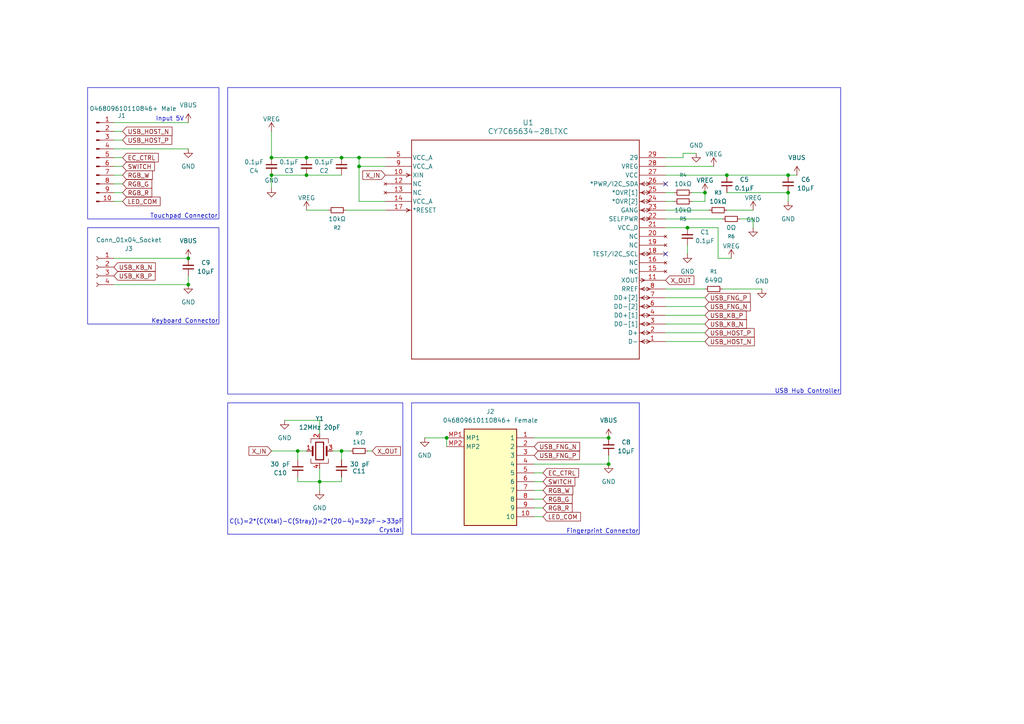
<source format=kicad_sch>
(kicad_sch (version 20250114) (generator "eeschema") (generator_version "9.0")
  (paper "A4")
  (lib_symbols
    (symbol "046809610110846+:046809610110846+"
      (property "Reference" "J" (at 21.59 7.62 0))
      (property "Value" "046809610110846+" (at 21.59 5.08 0))
      (symbol "046809610110846+_1_1"
        (rectangle (start 5.08 2.54) (end 20.32 -25.4) (stroke (width 0.254)) (fill (type background)))
        (pin passive line (at 0 0 0) (length 5.08) (name "MP1") (number "MP1"))
        (pin passive line (at 0 -2.54 0) (length 5.08) (name "MP2") (number "MP2"))
        (pin passive line (at 25.4 0 180) (length 5.08) (name "1") (number "1"))
        (pin passive line (at 25.4 -2.54 180) (length 5.08) (name "2") (number "2"))
        (pin passive line (at 25.4 -5.08 180) (length 5.08) (name "3") (number "3"))
        (pin passive line (at 25.4 -7.62 180) (length 5.08) (name "4") (number "4"))
        (pin passive line (at 25.4 -10.16 180) (length 5.08) (name "5") (number "5"))
        (pin passive line (at 25.4 -12.7 180) (length 5.08) (name "6") (number "6"))
        (pin passive line (at 25.4 -15.24 180) (length 5.08) (name "7") (number "7"))
        (pin passive line (at 25.4 -17.78 180) (length 5.08) (name "8") (number "8"))
        (pin passive line (at 25.4 -20.32 180) (length 5.08) (name "9") (number "9"))
        (pin passive line (at 25.4 -22.86 180) (length 5.08) (name "10") (number "10"))
      )
    )
    (symbol "2025-09-11_12-45-01:CY7C65634-28LTXC" (pin_names (offset 0.254))
      (property "Reference" "U" (at 40.64 10.16 0))
      (property "Value" "CY7C65634-28LTXC" (at 40.64 7.62 0))
      (symbol "CY7C65634-28LTXC_0_1"
        (polyline (pts (xy 7.0993 -5.08) (xy 6.0579 -4.5593)) (stroke (width 0.2032)))
        (polyline (pts (xy 7.0993 -5.08) (xy 6.0579 -5.6007)) (stroke (width 0.2032)))
        (polyline (pts (xy 7.0993 -15.24) (xy 6.0579 -14.7193)) (stroke (width 0.2032)))
        (polyline (pts (xy 7.0993 -15.24) (xy 6.0579 -15.7607)) (stroke (width 0.2032)))
        (polyline (pts (xy 7.62 5.08) (xy 7.62 -58.42)) (stroke (width 0.2032)))
        (polyline (pts (xy 7.62 -58.42) (xy 73.66 -58.42)) (stroke (width 0.2032)))
        (polyline (pts (xy 73.66 5.08) (xy 7.62 5.08)) (stroke (width 0.2032)))
        (polyline (pts (xy 73.66 -58.42) (xy 73.66 5.08)) (stroke (width 0.2032)))
        (polyline (pts (xy 74.1807 -7.62) (xy 75.2221 -7.0993)) (stroke (width 0.2032)))
        (polyline (pts (xy 74.1807 -7.62) (xy 75.2221 -8.1407)) (stroke (width 0.2032)))
        (polyline (pts (xy 74.1807 -10.16) (xy 75.2221 -9.6393)) (stroke (width 0.2032)))
        (polyline (pts (xy 74.1807 -10.16) (xy 75.2221 -10.6807)) (stroke (width 0.2032)))
        (polyline (pts (xy 74.1807 -12.7) (xy 75.2221 -12.1793)) (stroke (width 0.2032)))
        (polyline (pts (xy 74.1807 -12.7) (xy 75.2221 -13.2207)) (stroke (width 0.2032)))
        (polyline (pts (xy 74.1807 -15.24) (xy 75.2221 -14.7193)) (stroke (width 0.2032)))
        (polyline (pts (xy 74.1807 -15.24) (xy 75.2221 -15.7607)) (stroke (width 0.2032)))
        (polyline (pts (xy 74.1807 -17.78) (xy 75.2221 -17.2593)) (stroke (width 0.2032)))
        (polyline (pts (xy 74.1807 -17.78) (xy 75.2221 -18.3007)) (stroke (width 0.2032)))
        (polyline (pts (xy 74.1807 -27.94) (xy 75.2221 -27.4193)) (stroke (width 0.2032)))
        (polyline (pts (xy 74.1807 -27.94) (xy 75.2221 -28.4607)) (stroke (width 0.2032)))
        (polyline (pts (xy 74.1807 -35.0393) (xy 75.2221 -35.56)) (stroke (width 0.2032)))
        (polyline (pts (xy 74.1807 -36.0807) (xy 75.2221 -35.56)) (stroke (width 0.2032)))
        (polyline (pts (xy 74.1807 -38.1) (xy 75.2221 -37.5793)) (stroke (width 0.2032)))
        (polyline (pts (xy 74.1807 -38.1) (xy 75.2221 -38.6207)) (stroke (width 0.2032)))
        (polyline (pts (xy 74.1807 -40.64) (xy 75.2221 -40.1193)) (stroke (width 0.2032)))
        (polyline (pts (xy 74.1807 -40.64) (xy 75.2221 -41.1607)) (stroke (width 0.2032)))
        (polyline (pts (xy 74.1807 -43.18) (xy 75.2221 -42.6593)) (stroke (width 0.2032)))
        (polyline (pts (xy 74.1807 -43.18) (xy 75.2221 -43.7007)) (stroke (width 0.2032)))
        (polyline (pts (xy 74.1807 -45.72) (xy 75.2221 -45.1993)) (stroke (width 0.2032)))
        (polyline (pts (xy 74.1807 -45.72) (xy 75.2221 -46.2407)) (stroke (width 0.2032)))
        (polyline (pts (xy 74.1807 -48.26) (xy 75.2221 -47.7393)) (stroke (width 0.2032)))
        (polyline (pts (xy 74.1807 -48.26) (xy 75.2221 -48.7807)) (stroke (width 0.2032)))
        (polyline (pts (xy 74.1807 -50.8) (xy 75.2221 -50.2793)) (stroke (width 0.2032)))
        (polyline (pts (xy 74.1807 -50.8) (xy 75.2221 -51.3207)) (stroke (width 0.2032)))
        (polyline (pts (xy 74.1807 -53.34) (xy 75.2221 -52.8193)) (stroke (width 0.2032)))
        (polyline (pts (xy 74.1807 -53.34) (xy 75.2221 -53.8607)) (stroke (width 0.2032)))
        (polyline (pts (xy 75.7428 -7.0993) (xy 76.7842 -7.62)) (stroke (width 0.2032)))
        (polyline (pts (xy 75.7428 -8.1407) (xy 76.7842 -7.62)) (stroke (width 0.2032)))
        (polyline (pts (xy 75.7428 -9.6393) (xy 76.7842 -10.16)) (stroke (width 0.2032)))
        (polyline (pts (xy 75.7428 -10.6807) (xy 76.7842 -10.16)) (stroke (width 0.2032)))
        (polyline (pts (xy 75.7428 -12.1793) (xy 76.7842 -12.7)) (stroke (width 0.2032)))
        (polyline (pts (xy 75.7428 -13.2207) (xy 76.7842 -12.7)) (stroke (width 0.2032)))
        (polyline (pts (xy 75.7428 -14.7193) (xy 76.7842 -15.24)) (stroke (width 0.2032)))
        (polyline (pts (xy 75.7428 -15.7607) (xy 76.7842 -15.24)) (stroke (width 0.2032)))
        (polyline (pts (xy 75.7428 -17.2593) (xy 76.7842 -17.78)) (stroke (width 0.2032)))
        (polyline (pts (xy 75.7428 -18.3007) (xy 76.7842 -17.78)) (stroke (width 0.2032)))
        (polyline (pts (xy 75.7428 -27.4193) (xy 76.7842 -27.94)) (stroke (width 0.2032)))
        (polyline (pts (xy 75.7428 -28.4607) (xy 76.7842 -27.94)) (stroke (width 0.2032)))
        (polyline (pts (xy 75.7428 -37.5793) (xy 76.7842 -38.1)) (stroke (width 0.2032)))
        (polyline (pts (xy 75.7428 -38.6207) (xy 76.7842 -38.1)) (stroke (width 0.2032)))
        (polyline (pts (xy 75.7428 -40.1193) (xy 76.7842 -40.64)) (stroke (width 0.2032)))
        (polyline (pts (xy 75.7428 -41.1607) (xy 76.7842 -40.64)) (stroke (width 0.2032)))
        (polyline (pts (xy 75.7428 -42.6593) (xy 76.7842 -43.18)) (stroke (width 0.2032)))
        (polyline (pts (xy 75.7428 -43.7007) (xy 76.7842 -43.18)) (stroke (width 0.2032)))
        (polyline (pts (xy 75.7428 -45.1993) (xy 76.7842 -45.72)) (stroke (width 0.2032)))
        (polyline (pts (xy 75.7428 -46.2407) (xy 76.7842 -45.72)) (stroke (width 0.2032)))
        (polyline (pts (xy 75.7428 -47.7393) (xy 76.7842 -48.26)) (stroke (width 0.2032)))
        (polyline (pts (xy 75.7428 -48.7807) (xy 76.7842 -48.26)) (stroke (width 0.2032)))
        (polyline (pts (xy 75.7428 -50.2793) (xy 76.7842 -50.8)) (stroke (width 0.2032)))
        (polyline (pts (xy 75.7428 -51.3207) (xy 76.7842 -50.8)) (stroke (width 0.2032)))
        (polyline (pts (xy 75.7428 -52.8193) (xy 76.7842 -53.34)) (stroke (width 0.2032)))
        (polyline (pts (xy 75.7428 -53.8607) (xy 76.7842 -53.34)) (stroke (width 0.2032)))
        (pin power_in line (at 0 0 0) (length 7.62) (name "VCC_A") (number "5"))
        (pin power_in line (at 0 -2.54 0) (length 7.62) (name "VCC_A") (number "9"))
        (pin input line (at 0 -5.08 0) (length 7.62) (name "XIN") (number "10"))
        (pin no_connect line (at 0 -7.62 0) (length 7.62) (name "NC") (number "12"))
        (pin no_connect line (at 0 -10.16 0) (length 7.62) (name "NC") (number "13"))
        (pin power_in line (at 0 -12.7 0) (length 7.62) (name "VCC_A") (number "14"))
        (pin input line (at 0 -15.24 0) (length 7.62) (name "*RESET") (number "17"))
        (pin unspecified line (at 81.28 0 180) (length 7.62) (name "29") (number "29"))
        (pin power_in line (at 81.28 -2.54 180) (length 7.62) (name "VREG") (number "28"))
        (pin power_in line (at 81.28 -5.08 180) (length 7.62) (name "VCC") (number "27"))
        (pin bidirectional line (at 81.28 -7.62 180) (length 7.62) (name "*PWR/I2C_SDA") (number "26"))
        (pin bidirectional line (at 81.28 -10.16 180) (length 7.62) (name "*OVR[1]") (number "25"))
        (pin bidirectional line (at 81.28 -12.7 180) (length 7.62) (name "*OVR[2]") (number "24"))
        (pin bidirectional line (at 81.28 -15.24 180) (length 7.62) (name "GANG") (number "23"))
        (pin bidirectional line (at 81.28 -17.78 180) (length 7.62) (name "SELFPWR") (number "22"))
        (pin power_in line (at 81.28 -20.32 180) (length 7.62) (name "VCC_D") (number "21"))
        (pin no_connect line (at 81.28 -22.86 180) (length 7.62) (name "NC") (number "20"))
        (pin no_connect line (at 81.28 -25.4 180) (length 7.62) (name "NC") (number "19"))
        (pin bidirectional line (at 81.28 -27.94 180) (length 7.62) (name "TEST/I2C_SCL") (number "18"))
        (pin no_connect line (at 81.28 -30.48 180) (length 7.62) (name "NC") (number "16"))
        (pin no_connect line (at 81.28 -33.02 180) (length 7.62) (name "NC") (number "15"))
        (pin output line (at 81.28 -35.56 180) (length 7.62) (name "XOUT") (number "11"))
        (pin bidirectional line (at 81.28 -38.1 180) (length 7.62) (name "RREF") (number "8"))
        (pin bidirectional line (at 81.28 -40.64 180) (length 7.62) (name "DD+[2]") (number "7"))
        (pin bidirectional line (at 81.28 -43.18 180) (length 7.62) (name "DD-[2]") (number "6"))
        (pin bidirectional line (at 81.28 -45.72 180) (length 7.62) (name "D0+[1]") (number "4"))
        (pin bidirectional line (at 81.28 -48.26 180) (length 7.62) (name "D0-[1]") (number "3"))
        (pin bidirectional line (at 81.28 -50.8 180) (length 7.62) (name "D+") (number "2"))
        (pin bidirectional line (at 81.28 -53.34 180) (length 7.62) (name "D-") (number "1"))
      )
    )
    (symbol "Connector:Conn_01x04_Socket" (pin_names (offset 1.016) (hide yes))
      (property "Reference" "J" (at 0 5.08 0))
      (property "Value" "Conn_01x04_Socket" (at 0 -7.62 0))
      (symbol "Conn_01x04_Socket_1_1"
        (polyline (pts (xy -1.27 2.54) (xy -0.508 2.54)) (stroke (width 0.1524)))
        (polyline (pts (xy -1.27 0) (xy -0.508 0)) (stroke (width 0.1524)))
        (polyline (pts (xy -1.27 -2.54) (xy -0.508 -2.54)) (stroke (width 0.1524)))
        (polyline (pts (xy -1.27 -5.08) (xy -0.508 -5.08)) (stroke (width 0.1524)))
        (arc (start 0 2.032) (mid -0.5058 2.54) (end 0 3.048) (stroke (width 0.1524)))
        (arc (start 0 -0.508) (mid -0.5058 0) (end 0 0.508) (stroke (width 0.1524)))
        (arc (start 0 -3.048) (mid -0.5058 -2.54) (end 0 -2.032) (stroke (width 0.1524)))
        (arc (start 0 -5.588) (mid -0.5058 -5.08) (end 0 -4.572) (stroke (width 0.1524)))
        (pin passive line (at -5.08 2.54 0) (length 3.81) (name "Pin_1") (number "1"))
        (pin passive line (at -5.08 0 0) (length 3.81) (name "Pin_2") (number "2"))
        (pin passive line (at -5.08 -2.54 0) (length 3.81) (name "Pin_3") (number "3"))
        (pin passive line (at -5.08 -5.08 0) (length 3.81) (name "Pin_4") (number "4"))
      )
    )
    (symbol "Connector:Conn_01x10_Pin" (pin_names (offset 1.016) (hide yes))
      (property "Reference" "J" (at 0 12.7 0))
      (property "Value" "Conn_01x10_Pin" (at 0 -15.24 0))
      (symbol "Conn_01x10_Pin_1_1"
        (rectangle (start 0.8636 10.287) (end 0 10.033) (stroke (width 0.1524)) (fill (type outline)))
        (rectangle (start 0.8636 7.747) (end 0 7.493) (stroke (width 0.1524)) (fill (type outline)))
        (rectangle (start 0.8636 5.207) (end 0 4.953) (stroke (width 0.1524)) (fill (type outline)))
        (rectangle (start 0.8636 2.667) (end 0 2.413) (stroke (width 0.1524)) (fill (type outline)))
        (rectangle (start 0.8636 0.127) (end 0 -0.127) (stroke (width 0.1524)) (fill (type outline)))
        (rectangle (start 0.8636 -2.413) (end 0 -2.667) (stroke (width 0.1524)) (fill (type outline)))
        (rectangle (start 0.8636 -4.953) (end 0 -5.207) (stroke (width 0.1524)) (fill (type outline)))
        (rectangle (start 0.8636 -7.493) (end 0 -7.747) (stroke (width 0.1524)) (fill (type outline)))
        (rectangle (start 0.8636 -10.033) (end 0 -10.287) (stroke (width 0.1524)) (fill (type outline)))
        (rectangle (start 0.8636 -12.573) (end 0 -12.827) (stroke (width 0.1524)) (fill (type outline)))
        (polyline (pts (xy 1.27 10.16) (xy 0.8636 10.16)) (stroke (width 0.1524)))
        (polyline (pts (xy 1.27 7.62) (xy 0.8636 7.62)) (stroke (width 0.1524)))
        (polyline (pts (xy 1.27 5.08) (xy 0.8636 5.08)) (stroke (width 0.1524)))
        (polyline (pts (xy 1.27 2.54) (xy 0.8636 2.54)) (stroke (width 0.1524)))
        (polyline (pts (xy 1.27 0) (xy 0.8636 0)) (stroke (width 0.1524)))
        (polyline (pts (xy 1.27 -2.54) (xy 0.8636 -2.54)) (stroke (width 0.1524)))
        (polyline (pts (xy 1.27 -5.08) (xy 0.8636 -5.08)) (stroke (width 0.1524)))
        (polyline (pts (xy 1.27 -7.62) (xy 0.8636 -7.62)) (stroke (width 0.1524)))
        (polyline (pts (xy 1.27 -10.16) (xy 0.8636 -10.16)) (stroke (width 0.1524)))
        (polyline (pts (xy 1.27 -12.7) (xy 0.8636 -12.7)) (stroke (width 0.1524)))
        (pin passive line (at 5.08 10.16 180) (length 3.81) (name "Pin_1") (number "1"))
        (pin passive line (at 5.08 7.62 180) (length 3.81) (name "Pin_2") (number "2"))
        (pin passive line (at 5.08 5.08 180) (length 3.81) (name "Pin_3") (number "3"))
        (pin passive line (at 5.08 2.54 180) (length 3.81) (name "Pin_4") (number "4"))
        (pin passive line (at 5.08 0 180) (length 3.81) (name "Pin_5") (number "5"))
        (pin passive line (at 5.08 -2.54 180) (length 3.81) (name "Pin_6") (number "6"))
        (pin passive line (at 5.08 -5.08 180) (length 3.81) (name "Pin_7") (number "7"))
        (pin passive line (at 5.08 -7.62 180) (length 3.81) (name "Pin_8") (number "8"))
        (pin passive line (at 5.08 -10.16 180) (length 3.81) (name "Pin_9") (number "9"))
        (pin passive line (at 5.08 -12.7 180) (length 3.81) (name "Pin_10") (number "10"))
      )
    )
    (symbol "Device:C_Small" (pin_numbers (hide yes)) (pin_names (offset 0.254) (hide yes))
      (property "Reference" "C" (at 0.254 1.778 0))
      (property "Value" "C_Small" (at 0.254 -2.032 0))
      (symbol "C_Small_0_1"
        (polyline (pts (xy -1.524 0.508) (xy 1.524 0.508)) (stroke (width 0.3048)))
        (polyline (pts (xy -1.524 -0.508) (xy 1.524 -0.508)) (stroke (width 0.3302)))
      )
      (symbol "C_Small_1_1"
        (pin passive line (at 0 2.54 270) (length 2.032) (name "~") (number "1"))
        (pin passive line (at 0 -2.54 90) (length 2.032) (name "~") (number "2"))
      )
    )
    (symbol "Device:Crystal_GND24" (pin_names (offset 1.016) (hide yes))
      (property "Reference" "Y" (at 3.175 5.08 0))
      (property "Value" "Crystal_GND24" (at 3.175 3.175 0))
      (symbol "Crystal_GND24_0_1"
        (polyline (pts (xy -2.54 2.286) (xy -2.54 3.556) (xy 2.54 3.556) (xy 2.54 2.286)))
        (polyline (pts (xy -2.54 0) (xy -2.032 0)))
        (polyline (pts (xy -2.54 -2.286) (xy -2.54 -3.556) (xy 2.54 -3.556) (xy 2.54 -2.286)))
        (polyline (pts (xy -2.032 -1.27) (xy -2.032 1.27)) (stroke (width 0.508)))
        (rectangle (start -1.143 2.54) (end 1.143 -2.54) (stroke (width 0.3048)))
        (polyline (pts (xy 0 3.556) (xy 0 3.81)))
        (polyline (pts (xy 0 -3.81) (xy 0 -3.556)))
        (polyline (pts (xy 2.032 0) (xy 2.54 0)))
        (polyline (pts (xy 2.032 -1.27) (xy 2.032 1.27)) (stroke (width 0.508)))
      )
      (symbol "Crystal_GND24_1_1"
        (pin passive line (at -3.81 0 0) (length 1.27) (name "1") (number "1"))
        (pin passive line (at 0 5.08 270) (length 1.27) (name "2") (number "2"))
        (pin passive line (at 0 -5.08 90) (length 1.27) (name "4") (number "4"))
        (pin passive line (at 3.81 0 180) (length 1.27) (name "3") (number "3"))
      )
    )
    (symbol "Device:R_Small" (pin_numbers (hide yes)) (pin_names (offset 0.254) (hide yes))
      (property "Reference" "R" (at 0 0 90))
      (property "Value" "R_Small" (at 1.778 0 90))
      (symbol "R_Small_0_1"
        (rectangle (start -0.762 1.778) (end 0.762 -1.778) (stroke (width 0.2032)))
      )
      (symbol "R_Small_1_1"
        (pin passive line (at 0 2.54 270) (length 0.762) (name "~") (number "1"))
        (pin passive line (at 0 -2.54 90) (length 0.762) (name "~") (number "2"))
      )
    )
    (symbol "power:+3V3" (power) (pin_numbers (hide yes)) (pin_names (offset 0) (hide yes))
      (property "Value" "+3V3" (at 0 3.556 0))
      (symbol "+3V3_0_1"
        (polyline (pts (xy -0.762 1.27) (xy 0 2.54)))
        (polyline (pts (xy 0 2.54) (xy 0.762 1.27)))
        (polyline (pts (xy 0 0) (xy 0 2.54)))
      )
      (symbol "+3V3_1_1"
        (pin power_in line (at 0 0 90) (length 0) (name "~") (number "1"))
      )
    )
    (symbol "power:GND" (power) (pin_numbers (hide yes)) (pin_names (offset 0) (hide yes))
      (property "Value" "GND" (at 0 -3.81 0))
      (symbol "GND_0_1"
        (polyline (pts (xy 0 0) (xy 0 -1.27) (xy 1.27 -1.27) (xy 0 -2.54) (xy -1.27 -1.27) (xy 0 -1.27)))
      )
      (symbol "GND_1_1"
        (pin power_in line (at 0 0 270) (length 0) (name "~") (number "1"))
      )
    )
    (symbol "power:VBUS" (power) (pin_numbers (hide yes)) (pin_names (offset 0) (hide yes))
      (property "Value" "VBUS" (at 0 3.556 0))
      (symbol "VBUS_0_1"
        (polyline (pts (xy -0.762 1.27) (xy 0 2.54)))
        (polyline (pts (xy 0 2.54) (xy 0.762 1.27)))
        (polyline (pts (xy 0 0) (xy 0 2.54)))
      )
      (symbol "VBUS_1_1"
        (pin power_in line (at 0 0 90) (length 0) (name "~") (number "1"))
      )
    )
  )
  (rectangle (start 66.04 116.84) (end 116.84 154.94))
  (rectangle (start 66.04 25.4) (end 243.84 114.3))
  (rectangle (start 25.4 25.4) (end 63.5 63.5))
  (rectangle (start 25.4 66.04) (end 63.5 93.98))
  (rectangle (start 119.38 116.84) (end 185.42 154.94))
  (text "USB Hub Controller" (at 234.188 113.538 0) (effects (font (size 1.27 1.27))))
  (text "Keyboard Connector" (at 53.594 93.218 0) (effects (font (size 1.27 1.27))))
  (text "Crystal" (at 113.284 153.924 0) (effects (font (size 1.27 1.27))))
  (text "Touchpad Connector" (at 53.34 62.738 0) (effects (font (size 1.27 1.27))))
  (text "Fingerprint Connector" (at 174.752 154.178 0) (effects (font (size 1.27 1.27))))
  (text "C(L)=2*(C(Xtal)-C(Stray))=2*(20-4)=32pF->33pF" (at 91.694 151.384 0) (effects (font (size 1.27 1.27))))
  (text "Input 5V" (at 49.276 34.544 0) (effects (font (size 1.27 1.27))))
  (junction (at 129.54 127))
  (junction (at 176.53 134.62))
  (junction (at 99.06 130.81))
  (junction (at 88.9 45.72))
  (junction (at 86.36 130.81))
  (junction (at 104.14 48.26))
  (junction (at 54.61 74.93))
  (junction (at 204.47 55.88))
  (junction (at 176.53 127))
  (junction (at 92.71 139.7))
  (junction (at 78.74 45.72))
  (junction (at 228.6 55.88))
  (junction (at 78.74 50.8))
  (junction (at 99.06 45.72))
  (junction (at 228.6 50.8))
  (junction (at 104.14 45.72))
  (junction (at 54.61 82.55))
  (junction (at 199.39 66.04))
  (junction (at 210.82 50.8))
  (junction (at 88.9 50.8))
  (no_connect (at 193.04 53.34))
  (no_connect (at 193.04 73.66))
  (wire (pts (xy 99.06 130.81) (xy 99.06 133.35)))
  (wire (pts (xy 54.61 74.93) (xy 33.02 74.93)))
  (wire (pts (xy 88.9 45.72) (xy 78.74 45.72)))
  (wire (pts (xy 193.04 50.8) (xy 210.82 50.8)))
  (wire (pts (xy 129.54 127) (xy 129.54 129.54)))
  (wire (pts (xy 210.82 50.8) (xy 228.6 50.8)))
  (wire (pts (xy 35.56 40.64) (xy 33.02 40.64)))
  (wire (pts (xy 96.52 130.81) (xy 99.06 130.81)))
  (wire (pts (xy 198.12 44.45) (xy 198.12 45.72)))
  (wire (pts (xy 228.6 58.42) (xy 228.6 55.88)))
  (wire (pts (xy 88.9 50.8) (xy 99.06 50.8)))
  (wire (pts (xy 204.47 88.9) (xy 193.04 88.9)))
  (wire (pts (xy 35.56 38.1) (xy 33.02 38.1)))
  (wire (pts (xy 86.36 139.7) (xy 86.36 138.43)))
  (wire (pts (xy 78.74 50.8) (xy 88.9 50.8)))
  (wire (pts (xy 92.71 125.73) (xy 92.71 121.92)))
  (wire (pts (xy 92.71 121.92) (xy 82.55 121.92)))
  (wire (pts (xy 54.61 80.01) (xy 54.61 82.55)))
  (wire (pts (xy 198.12 45.72) (xy 193.04 45.72)))
  (wire (pts (xy 78.74 38.1) (xy 78.74 45.72)))
  (wire (pts (xy 204.47 55.88) (xy 200.66 55.88)))
  (wire (pts (xy 204.47 91.44) (xy 193.04 91.44)))
  (wire (pts (xy 106.68 130.81) (xy 107.95 130.81)))
  (wire (pts (xy 78.74 54.61) (xy 78.74 50.8)))
  (wire (pts (xy 157.48 147.32) (xy 154.94 147.32)))
  (wire (pts (xy 208.28 74.93) (xy 208.28 66.04)))
  (wire (pts (xy 193.04 55.88) (xy 195.58 55.88)))
  (wire (pts (xy 92.71 135.89) (xy 92.71 139.7)))
  (wire (pts (xy 157.48 142.24) (xy 154.94 142.24)))
  (wire (pts (xy 35.56 48.26) (xy 33.02 48.26)))
  (wire (pts (xy 35.56 55.88) (xy 33.02 55.88)))
  (wire (pts (xy 88.9 60.96) (xy 95.25 60.96)))
  (wire (pts (xy 54.61 43.18) (xy 33.02 43.18)))
  (wire (pts (xy 157.48 144.78) (xy 154.94 144.78)))
  (wire (pts (xy 204.47 86.36) (xy 193.04 86.36)))
  (wire (pts (xy 104.14 45.72) (xy 111.76 45.72)))
  (wire (pts (xy 193.04 48.26) (xy 207.01 48.26)))
  (wire (pts (xy 35.56 50.8) (xy 33.02 50.8)))
  (wire (pts (xy 33.02 82.55) (xy 54.61 82.55)))
  (wire (pts (xy 201.93 44.45) (xy 198.12 44.45)))
  (wire (pts (xy 199.39 66.04) (xy 208.28 66.04)))
  (wire (pts (xy 204.47 99.06) (xy 193.04 99.06)))
  (wire (pts (xy 86.36 130.81) (xy 86.36 133.35)))
  (wire (pts (xy 99.06 45.72) (xy 104.14 45.72)))
  (wire (pts (xy 92.71 139.7) (xy 99.06 139.7)))
  (wire (pts (xy 212.09 74.93) (xy 208.28 74.93)))
  (wire (pts (xy 86.36 130.81) (xy 88.9 130.81)))
  (wire (pts (xy 154.94 134.62) (xy 176.53 134.62)))
  (wire (pts (xy 123.19 127) (xy 129.54 127)))
  (wire (pts (xy 92.71 142.24) (xy 92.71 139.7)))
  (wire (pts (xy 228.6 50.8) (xy 231.14 50.8)))
  (wire (pts (xy 157.48 139.7) (xy 154.94 139.7)))
  (wire (pts (xy 193.04 63.5) (xy 209.55 63.5)))
  (wire (pts (xy 204.47 83.82) (xy 193.04 83.82)))
  (wire (pts (xy 176.53 132.08) (xy 176.53 134.62)))
  (wire (pts (xy 209.55 83.82) (xy 220.98 83.82)))
  (wire (pts (xy 193.04 58.42) (xy 195.58 58.42)))
  (wire (pts (xy 210.82 60.96) (xy 218.44 60.96)))
  (wire (pts (xy 99.06 45.72) (xy 88.9 45.72)))
  (wire (pts (xy 200.66 58.42) (xy 204.47 58.42)))
  (wire (pts (xy 214.63 63.5) (xy 218.44 63.5)))
  (wire (pts (xy 35.56 45.72) (xy 33.02 45.72)))
  (wire (pts (xy 111.76 48.26) (xy 104.14 48.26)))
  (wire (pts (xy 100.33 60.96) (xy 111.76 60.96)))
  (wire (pts (xy 157.48 137.16) (xy 154.94 137.16)))
  (wire (pts (xy 157.48 149.86) (xy 154.94 149.86)))
  (wire (pts (xy 104.14 48.26) (xy 104.14 45.72)))
  (wire (pts (xy 78.74 130.81) (xy 86.36 130.81)))
  (wire (pts (xy 104.14 58.42) (xy 104.14 48.26)))
  (wire (pts (xy 176.53 127) (xy 154.94 127)))
  (wire (pts (xy 204.47 93.98) (xy 193.04 93.98)))
  (wire (pts (xy 193.04 60.96) (xy 205.74 60.96)))
  (wire (pts (xy 193.04 66.04) (xy 199.39 66.04)))
  (wire (pts (xy 218.44 66.04) (xy 218.44 63.5)))
  (wire (pts (xy 99.06 139.7) (xy 99.06 138.43)))
  (wire (pts (xy 99.06 130.81) (xy 101.6 130.81)))
  (wire (pts (xy 35.56 53.34) (xy 33.02 53.34)))
  (wire (pts (xy 204.47 96.52) (xy 193.04 96.52)))
  (wire (pts (xy 210.82 55.88) (xy 228.6 55.88)))
  (wire (pts (xy 86.36 139.7) (xy 92.71 139.7)))
  (wire (pts (xy 111.76 58.42) (xy 104.14 58.42)))
  (wire (pts (xy 204.47 55.88) (xy 204.47 58.42)))
  (wire (pts (xy 35.56 58.42) (xy 33.02 58.42)))
  (wire (pts (xy 54.61 35.56) (xy 33.02 35.56)))
  (wire (pts (xy 199.39 73.66) (xy 199.39 71.12)))
  (global_label "USB_FNG_N" (shape input) (at 204.47 88.9 0) (property "Intersheetrefs" "${INTERSHEET_REFS}" (effects (hide yes))))
  (global_label "USB_HOST_P" (shape input) (at 35.56 40.64 0) (property "Intersheetrefs" "${INTERSHEET_REFS}" (effects (hide yes))))
  (global_label "EC_CTRL" (shape input) (at 157.48 137.16 0) (property "Intersheetrefs" "${INTERSHEET_REFS}" (effects (hide yes))))
  (global_label "USB_KB_P" (shape input) (at 204.47 91.44 0) (property "Intersheetrefs" "${INTERSHEET_REFS}" (effects (hide yes))))
  (global_label "RGB_R" (shape input) (at 35.56 55.88 0) (property "Intersheetrefs" "${INTERSHEET_REFS}" (effects (hide yes))))
  (global_label "USB_HOST_N" (shape input) (at 204.47 99.06 0) (property "Intersheetrefs" "${INTERSHEET_REFS}" (effects (hide yes))))
  (global_label "X_IN" (shape input) (at 111.76 50.8 180) (property "Intersheetrefs" "${INTERSHEET_REFS}" (effects (hide yes))))
  (global_label "X_OUT" (shape input) (at 193.04 81.28 0) (property "Intersheetrefs" "${INTERSHEET_REFS}" (effects (hide yes))))
  (global_label "EC_CTRL" (shape input) (at 35.56 45.72 0) (property "Intersheetrefs" "${INTERSHEET_REFS}" (effects (hide yes))))
  (global_label "USB_KB_N" (shape input) (at 33.02 77.47 0) (property "Intersheetrefs" "${INTERSHEET_REFS}" (effects (hide yes))))
  (global_label "USB_FNG_N" (shape input) (at 154.94 129.54 0) (property "Intersheetrefs" "${INTERSHEET_REFS}" (effects (hide yes))))
  (global_label "LED_COM" (shape input) (at 157.48 149.86 0) (property "Intersheetrefs" "${INTERSHEET_REFS}" (effects (hide yes))))
  (global_label "RGB_W" (shape input) (at 157.48 142.24 0) (property "Intersheetrefs" "${INTERSHEET_REFS}" (effects (hide yes))))
  (global_label "RGB_G" (shape input) (at 35.56 53.34 0) (property "Intersheetrefs" "${INTERSHEET_REFS}" (effects (hide yes))))
  (global_label "X_OUT" (shape input) (at 107.95 130.81 0) (property "Intersheetrefs" "${INTERSHEET_REFS}" (effects (hide yes))))
  (global_label "USB_HOST_P" (shape input) (at 204.47 96.52 0) (property "Intersheetrefs" "${INTERSHEET_REFS}" (effects (hide yes))))
  (global_label "USB_FNG_P" (shape input) (at 204.47 86.36 0) (property "Intersheetrefs" "${INTERSHEET_REFS}" (effects (hide yes))))
  (global_label "USB_KB_N" (shape input) (at 204.47 93.98 0) (property "Intersheetrefs" "${INTERSHEET_REFS}" (effects (hide yes))))
  (global_label "USB_HOST_N" (shape input) (at 35.56 38.1 0) (property "Intersheetrefs" "${INTERSHEET_REFS}" (effects (hide yes))))
  (global_label "SWITCH" (shape input) (at 35.56 48.26 0) (property "Intersheetrefs" "${INTERSHEET_REFS}" (effects (hide yes))))
  (global_label "X_IN" (shape input) (at 78.74 130.81 180) (property "Intersheetrefs" "${INTERSHEET_REFS}" (effects (hide yes))))
  (global_label "RGB_G" (shape input) (at 157.48 144.78 0) (property "Intersheetrefs" "${INTERSHEET_REFS}" (effects (hide yes))))
  (global_label "USB_FNG_P" (shape input) (at 154.94 132.08 0) (property "Intersheetrefs" "${INTERSHEET_REFS}" (effects (hide yes))))
  (global_label "RGB_W" (shape input) (at 35.56 50.8 0) (property "Intersheetrefs" "${INTERSHEET_REFS}" (effects (hide yes))))
  (global_label "USB_KB_P" (shape input) (at 33.02 80.01 0) (property "Intersheetrefs" "${INTERSHEET_REFS}" (effects (hide yes))))
  (global_label "SWITCH" (shape input) (at 157.48 139.7 0) (property "Intersheetrefs" "${INTERSHEET_REFS}" (effects (hide yes))))
  (global_label "LED_COM" (shape input) (at 35.56 58.42 0) (property "Intersheetrefs" "${INTERSHEET_REFS}" (effects (hide yes))))
  (global_label "RGB_R" (shape input) (at 157.48 147.32 0) (property "Intersheetrefs" "${INTERSHEET_REFS}" (effects (hide yes))))
  (symbol (lib_id "Device:R_Small") (at 208.28 60.96 90) (mirror x) (unit 1)
    (property "Reference" "R3" (at 208.28 55.88 90) (effects (font (size 1.016 1.016))))
    (property "Value" "10kΩ" (at 208.28 58.42 90))
    (property "Footprint" "Resistor_SMD:R_0402_1005Metric" (effects (hide yes)))
    (property "Description" "Resistor, small symbol" (effects (hide yes)))
  )
  (symbol (lib_id "power:GND") (at 199.39 73.66 0) (unit 1)
    (property "Reference" "#PWR020" (effects (hide yes)))
    (property "Value" "GND" (at 199.39 78.74 0))
    (property "Description" "Power symbol creates a global label with name \"GND\" , ground" (effects (hide yes)))
  )
  (symbol (lib_id "power:GND") (at 54.61 43.18 0) (unit 1)
    (property "Reference" "#PWR02" (effects (hide yes)))
    (property "Value" "GND" (at 54.61 48.26 0))
    (property "Description" "Power symbol creates a global label with name \"GND\" , ground" (effects (hide yes)))
  )
  (symbol (lib_id "power:GND") (at 220.98 83.82 0) (unit 1)
    (property "Reference" "#PWR012" (effects (hide yes)))
    (property "Value" "GND" (at 218.948 81.534 0) (effects (justify left)))
    (property "Description" "Power symbol creates a global label with name \"GND\" , ground" (effects (hide yes)))
  )
  (symbol (lib_id "Device:C_Small") (at 88.9 48.26 0) (mirror y) (unit 1)
    (property "Reference" "C3" (at 83.8263 49.53 0))
    (property "Value" "0.1μF" (at 83.8263 46.99 0))
    (property "Footprint" "Capacitor_SMD:C_01005_0402Metric" (effects (hide yes)))
    (property "Description" "Unpolarized capacitor, small symbol" (effects (hide yes)))
  )
  (symbol (lib_id "power:VBUS") (at 54.61 74.93 0) (unit 1)
    (property "Reference" "#PWR07" (effects (hide yes)))
    (property "Value" "VBUS" (at 54.61 69.85 0))
    (property "Description" "Power symbol creates a global label with name \"VBUS\"" (effects (hide yes)))
  )
  (symbol (lib_id "power:VBUS") (at 176.53 127 0) (unit 1)
    (property "Reference" "#PWR013" (effects (hide yes)))
    (property "Value" "VBUS" (at 176.53 121.92 0))
    (property "Description" "Power symbol creates a global label with name \"VBUS\"" (effects (hide yes)))
  )
  (symbol (lib_id "power:GND") (at 176.53 134.62 0) (unit 1)
    (property "Reference" "#PWR04" (effects (hide yes)))
    (property "Value" "GND" (at 176.53 139.7 0))
    (property "Description" "Power symbol creates a global label with name \"GND\" , ground" (effects (hide yes)))
  )
  (symbol (lib_id "power:GND") (at 82.55 121.92 0) (unit 1)
    (property "Reference" "#PWR022" (effects (hide yes)))
    (property "Value" "GND" (at 82.55 127 0))
    (property "Description" "Power symbol creates a global label with name \"GND\" , ground" (effects (hide yes)))
  )
  (symbol (lib_id "046809610110846+:046809610110846+") (at 129.54 127 0) (unit 1)
    (property "Reference" "J2" (at 142.24 119.38 0))
    (property "Value" "046809610110846+ Female" (at 142.24 121.92 0))
    (property "Footprint" "046809610110846" (effects (hide yes)))
    (property "Datasheet" "https://ele.kyocera.com/assets/products/connector/drawing/BJS6809004.pdf" (effects (hide yes)))
    (property "Description" "10 Position FFC, FPC Connector Contacts, Bottom 0.020\" (0.50mm) Surface Mount, Right Angle" (effects (hide yes)))
    (property "Height" "1.03" (effects (hide yes)))
    (property "Manufacturer_Name" "Kyocera AVX" (effects (hide yes)))
    (property "Manufacturer_Part_Number" "046809610110846+" (effects (hide yes)))
    (property "Mouser Part Number" "346-046809610110846+" (effects (hide yes)))
    (property "Mouser Price/Stock" "https://www.mouser.co.uk/ProductDetail/Kyocera-Electronic-Components/046809610110846%2b?qs=PzGy0jfpSMtD0JCHOxaC5w%3D%3D" (effects (hide yes)))
  )
  (symbol (lib_id "power:GND") (at 54.61 82.55 0) (unit 1)
    (property "Reference" "#PWR05" (effects (hide yes)))
    (property "Value" "GND" (at 54.61 87.63 0))
    (property "Description" "Power symbol creates a global label with name \"GND\" , ground" (effects (hide yes)))
  )
  (symbol (lib_id "Device:C_Small") (at 54.61 77.47 0) (mirror x) (unit 1)
    (property "Reference" "C9" (at 59.6837 76.2 0))
    (property "Value" "10μF" (at 59.6837 78.74 0))
    (property "Footprint" "Capacitor_SMD:C_01005_0402Metric" (effects (hide yes)))
    (property "Description" "Unpolarized capacitor, small symbol" (effects (hide yes)))
  )
  (symbol (lib_id "Device:C_Small") (at 86.36 135.89 0) (mirror y) (unit 1)
    (property "Reference" "C10" (at 81.2863 137.16 0))
    (property "Value" "30 pF" (at 81.2863 134.62 0))
    (property "Footprint" "Capacitor_SMD:C_01005_0402Metric" (effects (hide yes)))
    (property "Description" "Unpolarized capacitor, small symbol" (effects (hide yes)))
  )
  (symbol (lib_id "Device:C_Small") (at 99.06 135.89 0) (mirror x) (unit 1)
    (property "Reference" "C11" (at 104.14 136.652 0))
    (property "Value" "30 pF" (at 104.394 134.62 0))
    (property "Footprint" "Capacitor_SMD:C_01005_0402Metric" (effects (hide yes)))
    (property "Description" "Unpolarized capacitor, small symbol" (effects (hide yes)))
  )
  (symbol (lib_id "power:+3V3") (at 88.9 60.96 0) (unit 1)
    (property "Reference" "#PWR017" (effects (hide yes)))
    (property "Value" "VREG" (at 88.9 57.404 0))
    (property "Description" "Power symbol creates a global label with name \"+3V3\"" (effects (hide yes)))
  )
  (symbol (lib_id "Device:Crystal_GND24") (at 92.71 130.81 0) (unit 1)
    (property "Reference" "Y1" (at 92.71 121.412 0))
    (property "Value" "12MHz 20pF" (at 92.71 123.952 0))
    (property "Footprint" "Crystal:Crystal_SMD_Abracon_ABM3B-4Pin_5.0x3.2mm" (effects (hide yes)))
    (property "Description" "Four pin crystal, GND on pins 2 and 4" (effects (hide yes)))
  )
  (symbol (lib_id "power:+3V3") (at 207.01 48.26 0) (unit 1)
    (property "Reference" "#PWR09" (effects (hide yes)))
    (property "Value" "VREG" (at 207.01 44.704 0))
    (property "Description" "Power symbol creates a global label with name \"+3V3\"" (effects (hide yes)))
  )
  (symbol (lib_id "power:VBUS") (at 54.61 35.56 0) (unit 1)
    (property "Reference" "#PWR016" (effects (hide yes)))
    (property "Value" "VBUS" (at 54.61 30.48 0))
    (property "Description" "Power symbol creates a global label with name \"VBUS\"" (effects (hide yes)))
  )
  (symbol (lib_id "power:GND") (at 123.19 127 0) (unit 1)
    (property "Reference" "#PWR021" (effects (hide yes)))
    (property "Value" "GND" (at 123.19 132.08 0))
    (property "Description" "Power symbol creates a global label with name \"GND\" , ground" (effects (hide yes)))
  )
  (symbol (lib_id "Device:R_Small") (at 207.01 83.82 90) (unit 1)
    (property "Reference" "R1" (at 207.01 78.74 90) (effects (font (size 1.016 1.016))))
    (property "Value" "649Ω" (at 207.01 81.28 90))
    (property "Footprint" "Resistor_SMD:R_0402_1005Metric" (effects (hide yes)))
    (property "Description" "Resistor, small symbol" (effects (hide yes)))
  )
  (symbol (lib_id "Device:R_Small") (at 212.09 63.5 270) (mirror x) (unit 1)
    (property "Reference" "R6" (at 212.09 68.58 90) (effects (font (size 1.016 1.016))))
    (property "Value" "0Ω" (at 212.09 66.04 90))
    (property "Footprint" "Resistor_SMD:R_0402_1005Metric" (effects (hide yes)))
    (property "Description" "Resistor, small symbol" (effects (hide yes)))
  )
  (symbol (lib_id "Device:C_Small") (at 99.06 48.26 0) (mirror y) (unit 1)
    (property "Reference" "C2" (at 93.9863 49.53 0))
    (property "Value" "0.1μF" (at 93.9863 46.99 0))
    (property "Footprint" "Capacitor_SMD:C_01005_0402Metric" (effects (hide yes)))
    (property "Description" "Unpolarized capacitor, small symbol" (effects (hide yes)))
  )
  (symbol (lib_id "Device:R_Small") (at 198.12 58.42 270) (mirror x) (unit 1)
    (property "Reference" "R5" (at 198.12 63.5 90) (effects (font (size 1.016 1.016))))
    (property "Value" "10kΩ" (at 198.12 60.96 90))
    (property "Footprint" "Resistor_SMD:R_0402_1005Metric" (effects (hide yes)))
    (property "Description" "Resistor, small symbol" (effects (hide yes)))
  )
  (symbol (lib_id "power:+3V3") (at 212.09 74.93 0) (unit 1)
    (property "Reference" "#PWR011" (effects (hide yes)))
    (property "Value" "VREG" (at 212.09 71.374 0))
    (property "Description" "Power symbol creates a global label with name \"+3V3\"" (effects (hide yes)))
  )
  (symbol (lib_id "power:GND") (at 201.93 44.45 0) (unit 1)
    (property "Reference" "#PWR08" (effects (hide yes)))
    (property "Value" "GND" (at 199.898 42.164 0) (effects (justify left)))
    (property "Description" "Power symbol creates a global label with name \"GND\" , ground" (effects (hide yes)))
  )
  (symbol (lib_id "power:GND") (at 78.74 54.61 0) (unit 1)
    (property "Reference" "#PWR01" (effects (hide yes)))
    (property "Value" "GND" (at 76.708 52.324 0) (effects (justify left)))
    (property "Description" "Power symbol creates a global label with name \"GND\" , ground" (effects (hide yes)))
  )
  (symbol (lib_id "Device:R_Small") (at 198.12 55.88 90) (mirror x) (unit 1)
    (property "Reference" "R4" (at 198.12 50.8 90) (effects (font (size 1.016 1.016))))
    (property "Value" "10kΩ" (at 198.12 53.34 90))
    (property "Footprint" "Resistor_SMD:R_0402_1005Metric" (effects (hide yes)))
    (property "Description" "Resistor, small symbol" (effects (hide yes)))
  )
  (symbol (lib_id "Device:C_Small") (at 228.6 53.34 0) (mirror x) (unit 1)
    (property "Reference" "C6" (at 233.6737 52.07 0))
    (property "Value" "10μF" (at 233.6737 54.61 0))
    (property "Footprint" "Capacitor_SMD:C_01005_0402Metric" (effects (hide yes)))
    (property "Description" "Unpolarized capacitor, small symbol" (effects (hide yes)))
  )
  (symbol (lib_id "Device:C_Small") (at 210.82 53.34 0) (mirror x) (unit 1)
    (property "Reference" "C5" (at 215.8937 52.07 0))
    (property "Value" "0.1μF" (at 215.8937 54.61 0))
    (property "Footprint" "Capacitor_SMD:C_01005_0402Metric" (effects (hide yes)))
    (property "Description" "Unpolarized capacitor, small symbol" (effects (hide yes)))
  )
  (symbol (lib_id "power:GND") (at 228.6 58.42 0) (unit 1)
    (property "Reference" "#PWR019" (effects (hide yes)))
    (property "Value" "GND" (at 228.6 63.5 0))
    (property "Description" "Power symbol creates a global label with name \"GND\" , ground" (effects (hide yes)))
  )
  (symbol (lib_id "Device:R_Small") (at 97.79 60.96 270) (mirror x) (unit 1)
    (property "Reference" "R2" (at 97.79 66.04 90) (effects (font (size 1.016 1.016))))
    (property "Value" "10kΩ" (at 97.79 63.5 90))
    (property "Footprint" "Resistor_SMD:R_0402_1005Metric" (effects (hide yes)))
    (property "Description" "Resistor, small symbol" (effects (hide yes)))
  )
  (symbol (lib_id "power:+3V3") (at 78.74 38.1 0) (unit 1)
    (property "Reference" "#PWR010" (effects (hide yes)))
    (property "Value" "VREG" (at 78.74 34.544 0))
    (property "Description" "Power symbol creates a global label with name \"+3V3\"" (effects (hide yes)))
  )
  (symbol (lib_id "Device:C_Small") (at 78.74 48.26 0) (mirror y) (unit 1)
    (property "Reference" "C4" (at 73.6663 49.53 0))
    (property "Value" "0.1μF" (at 73.6663 46.99 0))
    (property "Footprint" "Capacitor_SMD:C_01005_0402Metric" (effects (hide yes)))
    (property "Description" "Unpolarized capacitor, small symbol" (effects (hide yes)))
  )
  (symbol (lib_id "Connector:Conn_01x04_Socket") (at 27.94 77.47 0) (mirror y) (unit 1)
    (property "Reference" "J3" (at 37.338 72.136 0))
    (property "Value" "Conn_01x04_Socket" (at 37.338 69.596 0))
    (property "Footprint" "Connector_FFC-FPC:Amphenol_F32Q-1A7x1-11004_1x04-1MP_P0.5mm_Horizontal" (effects (hide yes)))
    (property "Description" "Generic connector, single row, 01x04, script generated" (effects (hide yes)))
  )
  (symbol (lib_id "power:VBUS") (at 231.14 50.8 0) (unit 1)
    (property "Reference" "#PWR06" (effects (hide yes)))
    (property "Value" "VBUS" (at 231.14 45.72 0))
    (property "Description" "Power symbol creates a global label with name \"VBUS\"" (effects (hide yes)))
  )
  (symbol (lib_id "Device:C_Small") (at 176.53 129.54 0) (mirror x) (unit 1)
    (property "Reference" "C8" (at 181.6037 128.27 0))
    (property "Value" "10μF" (at 181.6037 130.81 0))
    (property "Footprint" "Capacitor_SMD:C_01005_0402Metric" (effects (hide yes)))
    (property "Description" "Unpolarized capacitor, small symbol" (effects (hide yes)))
  )
  (symbol (lib_id "power:+3V3") (at 218.44 60.96 0) (unit 1)
    (property "Reference" "#PWR014" (effects (hide yes)))
    (property "Value" "VREG" (at 218.44 57.404 0))
    (property "Description" "Power symbol creates a global label with name \"+3V3\"" (effects (hide yes)))
  )
  (symbol (lib_id "power:+3V3") (at 204.47 55.88 0) (unit 1)
    (property "Reference" "#PWR015" (effects (hide yes)))
    (property "Value" "VREG" (at 204.47 52.324 0))
    (property "Description" "Power symbol creates a global label with name \"+3V3\"" (effects (hide yes)))
  )
  (symbol (lib_id "Device:C_Small") (at 199.39 68.58 0) (mirror x) (unit 1)
    (property "Reference" "C1" (at 204.4637 67.31 0))
    (property "Value" "0.1μF" (at 204.4637 69.85 0))
    (property "Footprint" "Capacitor_SMD:C_01005_0402Metric" (effects (hide yes)))
    (property "Description" "Unpolarized capacitor, small symbol" (effects (hide yes)))
  )
  (symbol (lib_id "power:GND") (at 218.44 66.04 0) (unit 1)
    (property "Reference" "#PWR03" (effects (hide yes)))
    (property "Value" "GND" (at 216.408 63.754 0) (effects (justify left)))
    (property "Description" "Power symbol creates a global label with name \"GND\" , ground" (effects (hide yes)))
  )
  (symbol (lib_id "2025-09-11_12-45-01:CY7C65634-28LTXC") (at 111.76 45.72 0) (unit 1)
    (property "Reference" "U1" (at 153.181 35.56 0) (effects (font (size 1.524 1.524))))
    (property "Value" "CY7C65634-28LTXC" (at 153.181 38.1 0) (effects (font (size 1.524 1.524))))
    (property "Footprint" "footprints:QFN-28" (effects (hide yes)))
    (property "Datasheet" "CY7C65634-28LTXC" (effects (hide yes)))
  )
  (symbol (lib_id "power:GND") (at 92.71 142.24 0) (unit 1)
    (property "Reference" "#PWR018" (effects (hide yes)))
    (property "Value" "GND" (at 92.71 147.32 0))
    (property "Description" "Power symbol creates a global label with name \"GND\" , ground" (effects (hide yes)))
  )
  (symbol (lib_id "Device:R_Small") (at 104.14 130.81 270) (unit 1)
    (property "Reference" "R7" (at 104.14 125.73 90) (effects (font (size 1.016 1.016))))
    (property "Value" "1kΩ" (at 104.14 128.27 90))
    (property "Footprint" "Resistor_SMD:R_0402_1005Metric" (effects (hide yes)))
    (property "Description" "Resistor, small symbol" (effects (hide yes)))
  )
  (symbol (lib_id "Connector:Conn_01x10_Pin") (at 27.94 45.72 0) (unit 1)
    (property "Reference" "J1" (at 35.306 33.528 0))
    (property "Value" "046809610110846+ Male" (at 38.608 31.496 0))
    (property "Footprint" "Custom:Kyocera_046809610110846+_PCB_Edge" (effects (hide yes)))
    (property "Description" "Generic connector, single row, 01x10, script generated" (effects (hide yes)))
  )
)
</source>
